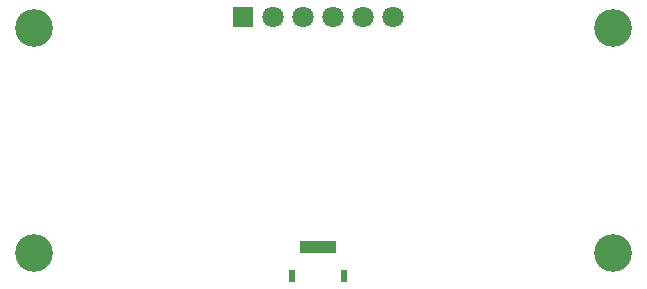
<source format=gts>
G04*
G04 #@! TF.GenerationSoftware,Altium Limited,Altium Designer,23.8.1 (32)*
G04*
G04 Layer_Color=8388736*
%FSLAX44Y44*%
%MOMM*%
G71*
G04*
G04 #@! TF.SameCoordinates,EFFE2BD2-F133-4116-8B31-CAA5E5CF1D5D*
G04*
G04*
G04 #@! TF.FilePolarity,Negative*
G04*
G01*
G75*
%ADD14R,0.5032X1.0032*%
%ADD15R,0.6032X1.0032*%
%ADD16C,1.8032*%
%ADD17R,1.8032X1.8032*%
%ADD18C,3.2032*%
D14*
X257500Y35222D02*
D03*
X262500D02*
D03*
X267500D02*
D03*
X272500D02*
D03*
X277500D02*
D03*
X282500D02*
D03*
D15*
X292000Y10222D02*
D03*
X248000D02*
D03*
D16*
X308100Y229351D02*
D03*
X282700D02*
D03*
X333500D02*
D03*
X257300D02*
D03*
X231900D02*
D03*
D17*
X206500D02*
D03*
D18*
X520000Y30000D02*
D03*
Y220000D02*
D03*
X30000D02*
D03*
Y30000D02*
D03*
M02*

</source>
